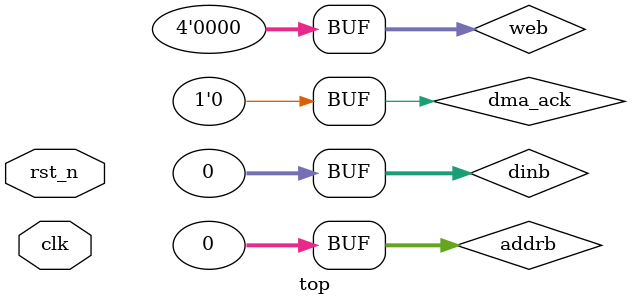
<source format=v>
module top(
      input wire clk,
      input wire rst_n
    );
    
 wire [31:0]o_pc;
 wire [31:0]o_inst_data;
 wire  [31:0]o_rs1_data;
 wire   [31:0]o_rs2_data;
 wire    [31:0]o_imm_out;
 wire    [31:0]o_ALU_out;
 wire    [31:0]o_adder_out;
 wire    o_ALU_br_cond;
 wire    [31:0]o_br_jump_addr;
 wire    [31:0]o_RAM_data_out;
 wire    [1:0]o_writeback_sel;
 wire    [31:0]o_rd_writeback;
 wire    [64:0]o_if_id;
 wire   [182:0]o_id_ex;
 wire   [169:0]o_ex_mem;
 wire  [162:0]o_mem_wb;

wire [31:0] o_dma_addr; 
wire [31:0] o_dma_count;
wire [2:0] o_dma_type;
wire o_dma_grant;
wire dma_ack ;
assign dma_ack = 0;
 
wire [3 : 0] o_wea;
wire [31 : 0] o_dina; 
wire[31:0] i_bram_read ;
wire[31:0] o_bram_addr ;

wire [3 : 0] wea;
wire [31 : 0] dina; 
wire[31:0] data_read_a ;
wire[31:0] bram_addr ;
 
 
wire [3:0] web;
wire [31:0] addrb;
wire [31:0] dinb;
wire [31:0] doutb;

assign dina = o_dina ;
assign wea = o_wea ;
assign i_bram_read = data_read_a;
assign bram_addr = o_bram_addr ;

assign web =0;
assign addrb =0;
assign dinb =0;

s_core_pipelined uuts_core(
     clk,
     rst_n,
     i_bram_read,
     dma_ack,
     
     o_pc[31:0],
     o_inst_data[31:0],
     o_rs1_data[31:0],
     o_rs2_data[31:0],
     o_imm_out[31:0],
     o_ALU_out[31:0],
     o_adder_out[31:0],
     o_ALU_br_cond,
     o_br_jump_addr[31:0],
     o_RAM_data_out[31:0],
     o_writeback_sel[1:0],
     o_rd_writeback[31:0],
     o_if_id[64:0],
     o_id_ex[182:0],
     o_ex_mem[169:0],
     o_mem_wb[162:0],
      o_wea, 
      o_dina,
      o_bram_addr,
      o_dma_addr,
      o_dma_count,
      o_dma_type,
      o_dma_grant
      
);

   
blk_mem_gen_0 bram_isnt (
  .clka(clk),    // input wire clka
  .wea(wea),      // input wire [3 : 0] wea
  .addra( bram_addr),  // input wire [31 : 0] addra
  .dina(dina),    // input wire [31 : 0] dina
  .douta(data_read_a),  // output wire [31 : 0] douta
  .clkb(clk),    // input wire clkb
  .web(web),      // input wire [3 : 0] web
  .addrb(addrb),  // input wire [31 : 0] addrb
  .dinb(dinb),    // input wire [31 : 0] dinb
  .doutb(doutb)  // output wire [31 : 0] doutb
);
endmodule
</source>
